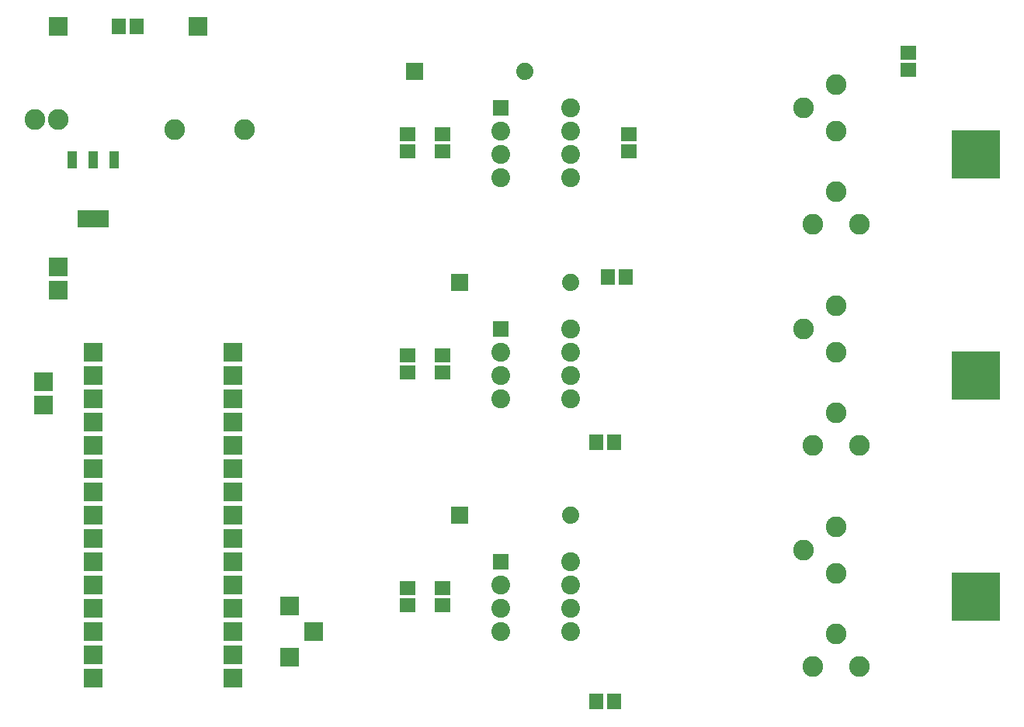
<source format=gbr>
G04 EasyPC Gerber Version 20.0.2 Build 4112 *
G04 #@! TF.Part,Single*
G04 #@! TF.FileFunction,Soldermask,Bot *
%FSLAX35Y35*%
%MOIN*%
G04 #@! TA.AperFunction,SMDPad*
%ADD77R,0.04300X0.07300*%
%ADD27R,0.06100X0.07000*%
G04 #@! TA.AperFunction,ComponentPad*
%ADD22R,0.07000X0.07000*%
%ADD24R,0.07400X0.07400*%
%ADD29R,0.08087X0.08087*%
%ADD72R,0.20685X0.20685*%
%ADD25C,0.07400*%
%ADD23C,0.08087*%
%ADD28C,0.08874*%
G04 #@! TA.AperFunction,SMDPad*
%ADD26R,0.07000X0.06100*%
%ADD78R,0.13200X0.07300*%
X0Y0D02*
D02*
D22*
X243250Y78230D03*
Y178230D03*
Y273230D03*
D02*
D23*
Y48230D03*
Y58230D03*
Y68230D03*
Y148230D03*
Y158230D03*
Y168230D03*
Y243230D03*
Y253230D03*
Y263230D03*
X273250Y48230D03*
Y58230D03*
Y68230D03*
Y78230D03*
Y148230D03*
Y158230D03*
Y168230D03*
Y178230D03*
Y243230D03*
Y253230D03*
Y263230D03*
Y273230D03*
D02*
D24*
X206181Y288904D03*
X225650Y98230D03*
Y198230D03*
D02*
D25*
X253781Y288904D03*
X273250Y98230D03*
Y198230D03*
D02*
D26*
X203250Y59480D03*
Y66980D03*
Y159480D03*
Y166980D03*
Y254480D03*
Y261980D03*
X218250Y59480D03*
Y66980D03*
Y159480D03*
Y166980D03*
Y254480D03*
Y261980D03*
X298250Y254480D03*
Y261980D03*
X418250Y289480D03*
Y296980D03*
D02*
D27*
X79500Y308230D03*
X87000D03*
X284500Y18230D03*
Y129687D03*
X289500Y200498D03*
X292000Y18230D03*
Y129687D03*
X297000Y200498D03*
D02*
D28*
X43250Y268230D03*
X53250D03*
X103474Y263789D03*
X133474D03*
X373250Y83230D03*
Y178230D03*
Y273230D03*
X377207Y33230D03*
Y128230D03*
Y223230D03*
X387207Y47187D03*
Y73230D03*
Y93230D03*
Y142187D03*
Y168230D03*
Y188230D03*
Y237187D03*
Y263230D03*
Y283230D03*
X397207Y33230D03*
Y128230D03*
Y223230D03*
D02*
D29*
X47026Y145766D03*
Y155766D03*
X53250Y195061D03*
Y205061D03*
Y308230D03*
X68250Y28230D03*
Y38230D03*
Y48230D03*
Y58230D03*
Y68230D03*
Y78230D03*
Y88230D03*
Y98230D03*
Y108230D03*
Y118230D03*
Y128230D03*
Y138230D03*
Y148230D03*
Y158230D03*
Y168230D03*
X113250Y308230D03*
X128250Y28230D03*
Y38230D03*
Y48230D03*
Y58230D03*
Y68230D03*
Y78230D03*
Y88230D03*
Y98230D03*
Y108230D03*
Y118230D03*
Y128230D03*
Y138230D03*
Y148230D03*
Y158230D03*
Y168230D03*
X152813Y37360D03*
Y59368D03*
X162844Y48364D03*
D02*
D72*
X447207Y63230D03*
Y158230D03*
Y253230D03*
D02*
D77*
X59195Y250830D03*
X68250D03*
X77305D03*
D02*
D78*
X68250Y225630D03*
X0Y0D02*
M02*

</source>
